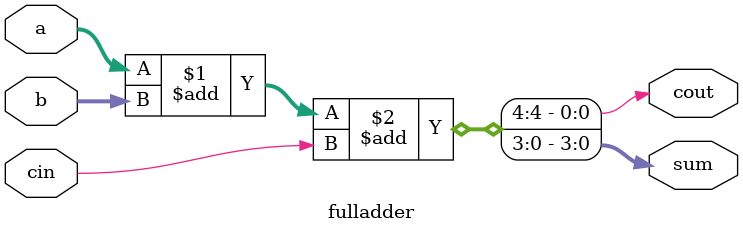
<source format=v>
module fulladder(
    input [3:0]a,b,
    input cin,
    output [3:0]sum,
    output cout);
   
    assign {cout, sum} = a + b + cin;

endmodule


</source>
